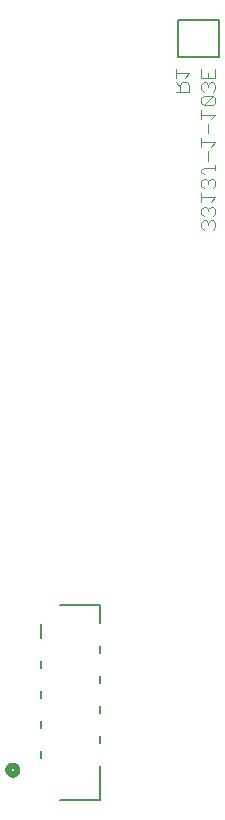
<source format=gbo>
G75*
%MOIN*%
%OFA0B0*%
%FSLAX25Y25*%
%IPPOS*%
%LPD*%
%AMOC8*
5,1,8,0,0,1.08239X$1,22.5*
%
%ADD10C,0.00600*%
%ADD11C,0.02000*%
%ADD12C,0.00500*%
%ADD13C,0.00400*%
D10*
X0052678Y0070697D02*
X0052678Y0073297D01*
X0052678Y0080697D02*
X0052678Y0083297D01*
X0052678Y0090697D02*
X0052678Y0093297D01*
X0052678Y0100697D02*
X0052678Y0103297D01*
X0052678Y0110697D02*
X0052678Y0115397D01*
X0059178Y0121997D02*
X0072478Y0121997D01*
X0072478Y0115697D01*
X0072478Y0108297D02*
X0072478Y0105697D01*
X0072478Y0098297D02*
X0072478Y0095697D01*
X0072478Y0088297D02*
X0072478Y0085697D01*
X0072478Y0078297D02*
X0072478Y0075697D01*
X0072478Y0068297D02*
X0072478Y0056997D01*
X0059178Y0056997D01*
D11*
X0043378Y0065297D02*
X0043454Y0065299D01*
X0043530Y0065305D01*
X0043605Y0065314D01*
X0043680Y0065328D01*
X0043754Y0065345D01*
X0043827Y0065366D01*
X0043899Y0065390D01*
X0043970Y0065419D01*
X0044039Y0065450D01*
X0044106Y0065485D01*
X0044171Y0065524D01*
X0044235Y0065566D01*
X0044296Y0065611D01*
X0044355Y0065659D01*
X0044411Y0065710D01*
X0044465Y0065764D01*
X0044516Y0065820D01*
X0044564Y0065879D01*
X0044609Y0065940D01*
X0044651Y0066004D01*
X0044690Y0066069D01*
X0044725Y0066136D01*
X0044756Y0066205D01*
X0044785Y0066276D01*
X0044809Y0066348D01*
X0044830Y0066421D01*
X0044847Y0066495D01*
X0044861Y0066570D01*
X0044870Y0066645D01*
X0044876Y0066721D01*
X0044878Y0066797D01*
X0044876Y0066873D01*
X0044870Y0066949D01*
X0044861Y0067024D01*
X0044847Y0067099D01*
X0044830Y0067173D01*
X0044809Y0067246D01*
X0044785Y0067318D01*
X0044756Y0067389D01*
X0044725Y0067458D01*
X0044690Y0067525D01*
X0044651Y0067590D01*
X0044609Y0067654D01*
X0044564Y0067715D01*
X0044516Y0067774D01*
X0044465Y0067830D01*
X0044411Y0067884D01*
X0044355Y0067935D01*
X0044296Y0067983D01*
X0044235Y0068028D01*
X0044171Y0068070D01*
X0044106Y0068109D01*
X0044039Y0068144D01*
X0043970Y0068175D01*
X0043899Y0068204D01*
X0043827Y0068228D01*
X0043754Y0068249D01*
X0043680Y0068266D01*
X0043605Y0068280D01*
X0043530Y0068289D01*
X0043454Y0068295D01*
X0043378Y0068297D01*
X0043302Y0068295D01*
X0043226Y0068289D01*
X0043151Y0068280D01*
X0043076Y0068266D01*
X0043002Y0068249D01*
X0042929Y0068228D01*
X0042857Y0068204D01*
X0042786Y0068175D01*
X0042717Y0068144D01*
X0042650Y0068109D01*
X0042585Y0068070D01*
X0042521Y0068028D01*
X0042460Y0067983D01*
X0042401Y0067935D01*
X0042345Y0067884D01*
X0042291Y0067830D01*
X0042240Y0067774D01*
X0042192Y0067715D01*
X0042147Y0067654D01*
X0042105Y0067590D01*
X0042066Y0067525D01*
X0042031Y0067458D01*
X0042000Y0067389D01*
X0041971Y0067318D01*
X0041947Y0067246D01*
X0041926Y0067173D01*
X0041909Y0067099D01*
X0041895Y0067024D01*
X0041886Y0066949D01*
X0041880Y0066873D01*
X0041878Y0066797D01*
X0041880Y0066721D01*
X0041886Y0066645D01*
X0041895Y0066570D01*
X0041909Y0066495D01*
X0041926Y0066421D01*
X0041947Y0066348D01*
X0041971Y0066276D01*
X0042000Y0066205D01*
X0042031Y0066136D01*
X0042066Y0066069D01*
X0042105Y0066004D01*
X0042147Y0065940D01*
X0042192Y0065879D01*
X0042240Y0065820D01*
X0042291Y0065764D01*
X0042345Y0065710D01*
X0042401Y0065659D01*
X0042460Y0065611D01*
X0042521Y0065566D01*
X0042585Y0065524D01*
X0042650Y0065485D01*
X0042717Y0065450D01*
X0042786Y0065419D01*
X0042857Y0065390D01*
X0042929Y0065366D01*
X0043002Y0065345D01*
X0043076Y0065328D01*
X0043151Y0065314D01*
X0043226Y0065305D01*
X0043302Y0065299D01*
X0043378Y0065297D01*
D12*
X0098257Y0304359D02*
X0098257Y0316957D01*
X0112036Y0316957D01*
X0112036Y0304359D01*
X0098257Y0304359D01*
D13*
X0097591Y0300662D02*
X0097591Y0297593D01*
X0097591Y0299128D02*
X0102194Y0299128D01*
X0100660Y0297593D01*
X0101427Y0296058D02*
X0099893Y0296058D01*
X0099125Y0295291D01*
X0099125Y0292989D01*
X0097591Y0292989D02*
X0102194Y0292989D01*
X0102194Y0295291D01*
X0101427Y0296058D01*
X0099125Y0294524D02*
X0097591Y0296058D01*
X0106252Y0295291D02*
X0106252Y0293756D01*
X0107019Y0292989D01*
X0107019Y0291454D02*
X0106252Y0290687D01*
X0106252Y0289152D01*
X0107019Y0288385D01*
X0110089Y0291454D01*
X0107019Y0291454D01*
X0107019Y0288385D02*
X0110089Y0288385D01*
X0110856Y0289152D01*
X0110856Y0290687D01*
X0110089Y0291454D01*
X0110089Y0292989D02*
X0110856Y0293756D01*
X0110856Y0295291D01*
X0110089Y0296058D01*
X0109321Y0296058D01*
X0108554Y0295291D01*
X0107787Y0296058D01*
X0107019Y0296058D01*
X0106252Y0295291D01*
X0106252Y0297593D02*
X0106252Y0300662D01*
X0106252Y0297593D02*
X0110856Y0297593D01*
X0110856Y0300662D01*
X0108554Y0299127D02*
X0108554Y0297593D01*
X0108554Y0295291D02*
X0108554Y0294524D01*
X0106252Y0286850D02*
X0106252Y0283781D01*
X0106252Y0285316D02*
X0110856Y0285316D01*
X0109321Y0283781D01*
X0108554Y0282246D02*
X0108554Y0279177D01*
X0110856Y0276108D02*
X0109321Y0274573D01*
X0108554Y0273039D02*
X0108554Y0269969D01*
X0110856Y0268435D02*
X0110856Y0266900D01*
X0110856Y0267667D02*
X0107019Y0267667D01*
X0106252Y0266900D01*
X0106252Y0266133D01*
X0107019Y0265365D01*
X0107019Y0263831D02*
X0106252Y0263063D01*
X0106252Y0261529D01*
X0107019Y0260761D01*
X0106252Y0259227D02*
X0106252Y0256157D01*
X0106252Y0257692D02*
X0110856Y0257692D01*
X0109321Y0256157D01*
X0109321Y0254623D02*
X0108554Y0253856D01*
X0107787Y0254623D01*
X0107019Y0254623D01*
X0106252Y0253856D01*
X0106252Y0252321D01*
X0107019Y0251554D01*
X0107019Y0250019D02*
X0106252Y0249252D01*
X0106252Y0247717D01*
X0107019Y0246950D01*
X0108554Y0248484D02*
X0108554Y0249252D01*
X0107787Y0250019D01*
X0107019Y0250019D01*
X0108554Y0249252D02*
X0109321Y0250019D01*
X0110089Y0250019D01*
X0110856Y0249252D01*
X0110856Y0247717D01*
X0110089Y0246950D01*
X0110089Y0251554D02*
X0110856Y0252321D01*
X0110856Y0253856D01*
X0110089Y0254623D01*
X0109321Y0254623D01*
X0108554Y0253856D02*
X0108554Y0253088D01*
X0110089Y0260761D02*
X0110856Y0261529D01*
X0110856Y0263063D01*
X0110089Y0263831D01*
X0109321Y0263831D01*
X0108554Y0263063D01*
X0107787Y0263831D01*
X0107019Y0263831D01*
X0108554Y0263063D02*
X0108554Y0262296D01*
X0106252Y0274573D02*
X0106252Y0277642D01*
X0106252Y0276108D02*
X0110856Y0276108D01*
M02*

</source>
